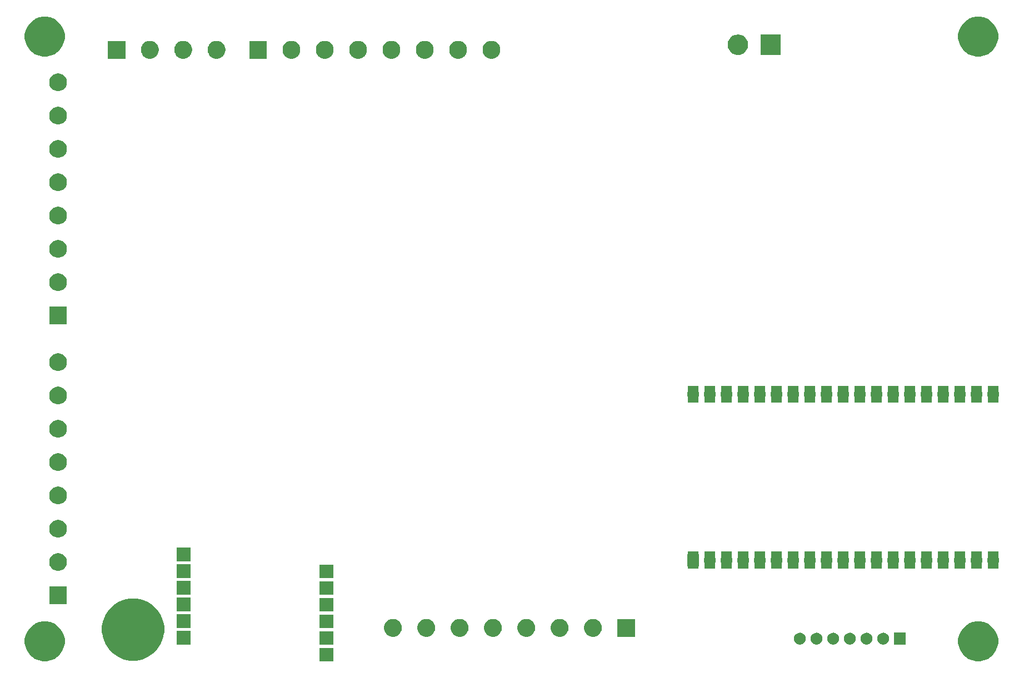
<source format=gbr>
G04 #@! TF.GenerationSoftware,KiCad,Pcbnew,(5.1.5)-3*
G04 #@! TF.CreationDate,2020-07-27T21:58:35-03:00*
G04 #@! TF.ProjectId,ESP32-BOARD,45535033-322d-4424-9f41-52442e6b6963,rev?*
G04 #@! TF.SameCoordinates,Original*
G04 #@! TF.FileFunction,Soldermask,Bot*
G04 #@! TF.FilePolarity,Negative*
%FSLAX46Y46*%
G04 Gerber Fmt 4.6, Leading zero omitted, Abs format (unit mm)*
G04 Created by KiCad (PCBNEW (5.1.5)-3) date 2020-07-27 21:58:35*
%MOMM*%
%LPD*%
G04 APERTURE LIST*
%ADD10C,0.100000*%
G04 APERTURE END LIST*
D10*
G36*
X139696900Y-142427400D02*
G01*
X137594900Y-142427400D01*
X137594900Y-140325400D01*
X139696900Y-140325400D01*
X139696900Y-142427400D01*
G37*
G36*
X238875243Y-136385248D02*
G01*
X239430489Y-136615238D01*
X239678647Y-136781052D01*
X239930199Y-136949134D01*
X240355166Y-137374101D01*
X240355167Y-137374103D01*
X240689062Y-137873811D01*
X240919052Y-138429057D01*
X241036300Y-139018501D01*
X241036300Y-139619499D01*
X240919052Y-140208943D01*
X240689062Y-140764189D01*
X240658783Y-140809504D01*
X240355166Y-141263899D01*
X239930199Y-141688866D01*
X239872457Y-141727448D01*
X239430489Y-142022762D01*
X238875243Y-142252752D01*
X238285799Y-142370000D01*
X237684801Y-142370000D01*
X237095357Y-142252752D01*
X236540111Y-142022762D01*
X236098143Y-141727448D01*
X236040401Y-141688866D01*
X235615434Y-141263899D01*
X235311817Y-140809504D01*
X235281538Y-140764189D01*
X235051548Y-140208943D01*
X234934300Y-139619499D01*
X234934300Y-139018501D01*
X235051548Y-138429057D01*
X235281538Y-137873811D01*
X235615433Y-137374103D01*
X235615434Y-137374101D01*
X236040401Y-136949134D01*
X236291953Y-136781052D01*
X236540111Y-136615238D01*
X237095357Y-136385248D01*
X237684801Y-136268000D01*
X238285799Y-136268000D01*
X238875243Y-136385248D01*
G37*
G36*
X96635243Y-136385248D02*
G01*
X97190489Y-136615238D01*
X97438647Y-136781052D01*
X97690199Y-136949134D01*
X98115166Y-137374101D01*
X98115167Y-137374103D01*
X98449062Y-137873811D01*
X98679052Y-138429057D01*
X98796300Y-139018501D01*
X98796300Y-139619499D01*
X98679052Y-140208943D01*
X98449062Y-140764189D01*
X98418783Y-140809504D01*
X98115166Y-141263899D01*
X97690199Y-141688866D01*
X97632457Y-141727448D01*
X97190489Y-142022762D01*
X96635243Y-142252752D01*
X96045799Y-142370000D01*
X95444801Y-142370000D01*
X94855357Y-142252752D01*
X94300111Y-142022762D01*
X93858143Y-141727448D01*
X93800401Y-141688866D01*
X93375434Y-141263899D01*
X93071817Y-140809504D01*
X93041538Y-140764189D01*
X92811548Y-140208943D01*
X92694300Y-139619499D01*
X92694300Y-139018501D01*
X92811548Y-138429057D01*
X93041538Y-137873811D01*
X93375433Y-137374103D01*
X93375434Y-137374101D01*
X93800401Y-136949134D01*
X94051953Y-136781052D01*
X94300111Y-136615238D01*
X94855357Y-136385248D01*
X95444801Y-136268000D01*
X96045799Y-136268000D01*
X96635243Y-136385248D01*
G37*
G36*
X109876327Y-132830000D02*
G01*
X110593116Y-132972578D01*
X111457742Y-133330718D01*
X112235886Y-133850657D01*
X112897643Y-134512414D01*
X113417582Y-135290558D01*
X113775722Y-136155184D01*
X113830125Y-136428686D01*
X113958300Y-137073066D01*
X113958300Y-138008934D01*
X113932916Y-138136547D01*
X113775722Y-138926816D01*
X113417582Y-139791442D01*
X112897643Y-140569586D01*
X112235886Y-141231343D01*
X111457742Y-141751282D01*
X110593116Y-142109422D01*
X110090924Y-142209314D01*
X109675234Y-142292000D01*
X108739366Y-142292000D01*
X108323676Y-142209314D01*
X107821484Y-142109422D01*
X106956858Y-141751282D01*
X106178714Y-141231343D01*
X105516957Y-140569586D01*
X104997018Y-139791442D01*
X104638878Y-138926816D01*
X104481684Y-138136547D01*
X104456300Y-138008934D01*
X104456300Y-137073066D01*
X104584475Y-136428686D01*
X104638878Y-136155184D01*
X104997018Y-135290558D01*
X105516957Y-134512414D01*
X106178714Y-133850657D01*
X106956858Y-133330718D01*
X107821484Y-132972578D01*
X108538273Y-132830000D01*
X108739366Y-132790000D01*
X109675234Y-132790000D01*
X109876327Y-132830000D01*
G37*
G36*
X139696900Y-139887400D02*
G01*
X137594900Y-139887400D01*
X137594900Y-137785400D01*
X139696900Y-137785400D01*
X139696900Y-139887400D01*
G37*
G36*
X117954500Y-139862000D02*
G01*
X115852500Y-139862000D01*
X115852500Y-137760000D01*
X117954500Y-137760000D01*
X117954500Y-139862000D01*
G37*
G36*
X226961000Y-139839000D02*
G01*
X225159000Y-139839000D01*
X225159000Y-138037000D01*
X226961000Y-138037000D01*
X226961000Y-139839000D01*
G37*
G36*
X223633512Y-138041927D02*
G01*
X223782812Y-138071624D01*
X223946784Y-138139544D01*
X224094354Y-138238147D01*
X224219853Y-138363646D01*
X224318456Y-138511216D01*
X224386376Y-138675188D01*
X224421000Y-138849259D01*
X224421000Y-139026741D01*
X224386376Y-139200812D01*
X224318456Y-139364784D01*
X224219853Y-139512354D01*
X224094354Y-139637853D01*
X223946784Y-139736456D01*
X223782812Y-139804376D01*
X223633512Y-139834073D01*
X223608742Y-139839000D01*
X223431258Y-139839000D01*
X223406488Y-139834073D01*
X223257188Y-139804376D01*
X223093216Y-139736456D01*
X222945646Y-139637853D01*
X222820147Y-139512354D01*
X222721544Y-139364784D01*
X222653624Y-139200812D01*
X222619000Y-139026741D01*
X222619000Y-138849259D01*
X222653624Y-138675188D01*
X222721544Y-138511216D01*
X222820147Y-138363646D01*
X222945646Y-138238147D01*
X223093216Y-138139544D01*
X223257188Y-138071624D01*
X223406488Y-138041927D01*
X223431258Y-138037000D01*
X223608742Y-138037000D01*
X223633512Y-138041927D01*
G37*
G36*
X221093512Y-138041927D02*
G01*
X221242812Y-138071624D01*
X221406784Y-138139544D01*
X221554354Y-138238147D01*
X221679853Y-138363646D01*
X221778456Y-138511216D01*
X221846376Y-138675188D01*
X221881000Y-138849259D01*
X221881000Y-139026741D01*
X221846376Y-139200812D01*
X221778456Y-139364784D01*
X221679853Y-139512354D01*
X221554354Y-139637853D01*
X221406784Y-139736456D01*
X221242812Y-139804376D01*
X221093512Y-139834073D01*
X221068742Y-139839000D01*
X220891258Y-139839000D01*
X220866488Y-139834073D01*
X220717188Y-139804376D01*
X220553216Y-139736456D01*
X220405646Y-139637853D01*
X220280147Y-139512354D01*
X220181544Y-139364784D01*
X220113624Y-139200812D01*
X220079000Y-139026741D01*
X220079000Y-138849259D01*
X220113624Y-138675188D01*
X220181544Y-138511216D01*
X220280147Y-138363646D01*
X220405646Y-138238147D01*
X220553216Y-138139544D01*
X220717188Y-138071624D01*
X220866488Y-138041927D01*
X220891258Y-138037000D01*
X221068742Y-138037000D01*
X221093512Y-138041927D01*
G37*
G36*
X218553512Y-138041927D02*
G01*
X218702812Y-138071624D01*
X218866784Y-138139544D01*
X219014354Y-138238147D01*
X219139853Y-138363646D01*
X219238456Y-138511216D01*
X219306376Y-138675188D01*
X219341000Y-138849259D01*
X219341000Y-139026741D01*
X219306376Y-139200812D01*
X219238456Y-139364784D01*
X219139853Y-139512354D01*
X219014354Y-139637853D01*
X218866784Y-139736456D01*
X218702812Y-139804376D01*
X218553512Y-139834073D01*
X218528742Y-139839000D01*
X218351258Y-139839000D01*
X218326488Y-139834073D01*
X218177188Y-139804376D01*
X218013216Y-139736456D01*
X217865646Y-139637853D01*
X217740147Y-139512354D01*
X217641544Y-139364784D01*
X217573624Y-139200812D01*
X217539000Y-139026741D01*
X217539000Y-138849259D01*
X217573624Y-138675188D01*
X217641544Y-138511216D01*
X217740147Y-138363646D01*
X217865646Y-138238147D01*
X218013216Y-138139544D01*
X218177188Y-138071624D01*
X218326488Y-138041927D01*
X218351258Y-138037000D01*
X218528742Y-138037000D01*
X218553512Y-138041927D01*
G37*
G36*
X216013512Y-138041927D02*
G01*
X216162812Y-138071624D01*
X216326784Y-138139544D01*
X216474354Y-138238147D01*
X216599853Y-138363646D01*
X216698456Y-138511216D01*
X216766376Y-138675188D01*
X216801000Y-138849259D01*
X216801000Y-139026741D01*
X216766376Y-139200812D01*
X216698456Y-139364784D01*
X216599853Y-139512354D01*
X216474354Y-139637853D01*
X216326784Y-139736456D01*
X216162812Y-139804376D01*
X216013512Y-139834073D01*
X215988742Y-139839000D01*
X215811258Y-139839000D01*
X215786488Y-139834073D01*
X215637188Y-139804376D01*
X215473216Y-139736456D01*
X215325646Y-139637853D01*
X215200147Y-139512354D01*
X215101544Y-139364784D01*
X215033624Y-139200812D01*
X214999000Y-139026741D01*
X214999000Y-138849259D01*
X215033624Y-138675188D01*
X215101544Y-138511216D01*
X215200147Y-138363646D01*
X215325646Y-138238147D01*
X215473216Y-138139544D01*
X215637188Y-138071624D01*
X215786488Y-138041927D01*
X215811258Y-138037000D01*
X215988742Y-138037000D01*
X216013512Y-138041927D01*
G37*
G36*
X213473512Y-138041927D02*
G01*
X213622812Y-138071624D01*
X213786784Y-138139544D01*
X213934354Y-138238147D01*
X214059853Y-138363646D01*
X214158456Y-138511216D01*
X214226376Y-138675188D01*
X214261000Y-138849259D01*
X214261000Y-139026741D01*
X214226376Y-139200812D01*
X214158456Y-139364784D01*
X214059853Y-139512354D01*
X213934354Y-139637853D01*
X213786784Y-139736456D01*
X213622812Y-139804376D01*
X213473512Y-139834073D01*
X213448742Y-139839000D01*
X213271258Y-139839000D01*
X213246488Y-139834073D01*
X213097188Y-139804376D01*
X212933216Y-139736456D01*
X212785646Y-139637853D01*
X212660147Y-139512354D01*
X212561544Y-139364784D01*
X212493624Y-139200812D01*
X212459000Y-139026741D01*
X212459000Y-138849259D01*
X212493624Y-138675188D01*
X212561544Y-138511216D01*
X212660147Y-138363646D01*
X212785646Y-138238147D01*
X212933216Y-138139544D01*
X213097188Y-138071624D01*
X213246488Y-138041927D01*
X213271258Y-138037000D01*
X213448742Y-138037000D01*
X213473512Y-138041927D01*
G37*
G36*
X210933512Y-138041927D02*
G01*
X211082812Y-138071624D01*
X211246784Y-138139544D01*
X211394354Y-138238147D01*
X211519853Y-138363646D01*
X211618456Y-138511216D01*
X211686376Y-138675188D01*
X211721000Y-138849259D01*
X211721000Y-139026741D01*
X211686376Y-139200812D01*
X211618456Y-139364784D01*
X211519853Y-139512354D01*
X211394354Y-139637853D01*
X211246784Y-139736456D01*
X211082812Y-139804376D01*
X210933512Y-139834073D01*
X210908742Y-139839000D01*
X210731258Y-139839000D01*
X210706488Y-139834073D01*
X210557188Y-139804376D01*
X210393216Y-139736456D01*
X210245646Y-139637853D01*
X210120147Y-139512354D01*
X210021544Y-139364784D01*
X209953624Y-139200812D01*
X209919000Y-139026741D01*
X209919000Y-138849259D01*
X209953624Y-138675188D01*
X210021544Y-138511216D01*
X210120147Y-138363646D01*
X210245646Y-138238147D01*
X210393216Y-138139544D01*
X210557188Y-138071624D01*
X210706488Y-138041927D01*
X210731258Y-138037000D01*
X210908742Y-138037000D01*
X210933512Y-138041927D01*
G37*
G36*
X154279972Y-135987918D02*
G01*
X154525839Y-136089759D01*
X154623754Y-136155184D01*
X154747111Y-136237609D01*
X154935291Y-136425789D01*
X155083142Y-136647063D01*
X155156191Y-136823420D01*
X155184982Y-136892928D01*
X155236900Y-137153938D01*
X155236900Y-137420062D01*
X155184982Y-137681072D01*
X155083141Y-137926939D01*
X155071324Y-137944624D01*
X154935291Y-138148211D01*
X154747111Y-138336391D01*
X154675536Y-138384216D01*
X154525839Y-138484241D01*
X154525838Y-138484242D01*
X154525837Y-138484242D01*
X154279972Y-138586082D01*
X154018963Y-138638000D01*
X153752837Y-138638000D01*
X153491828Y-138586082D01*
X153245963Y-138484242D01*
X153245962Y-138484242D01*
X153245961Y-138484241D01*
X153096264Y-138384216D01*
X153024689Y-138336391D01*
X152836509Y-138148211D01*
X152700476Y-137944624D01*
X152688659Y-137926939D01*
X152586818Y-137681072D01*
X152534900Y-137420062D01*
X152534900Y-137153938D01*
X152586818Y-136892928D01*
X152615609Y-136823420D01*
X152688658Y-136647063D01*
X152836509Y-136425789D01*
X153024689Y-136237609D01*
X153148046Y-136155184D01*
X153245961Y-136089759D01*
X153491828Y-135987918D01*
X153752837Y-135936000D01*
X154018963Y-135936000D01*
X154279972Y-135987918D01*
G37*
G36*
X179679972Y-135987918D02*
G01*
X179925839Y-136089759D01*
X180023754Y-136155184D01*
X180147111Y-136237609D01*
X180335291Y-136425789D01*
X180483142Y-136647063D01*
X180556191Y-136823420D01*
X180584982Y-136892928D01*
X180636900Y-137153938D01*
X180636900Y-137420062D01*
X180584982Y-137681072D01*
X180483141Y-137926939D01*
X180471324Y-137944624D01*
X180335291Y-138148211D01*
X180147111Y-138336391D01*
X180075536Y-138384216D01*
X179925839Y-138484241D01*
X179925838Y-138484242D01*
X179925837Y-138484242D01*
X179679972Y-138586082D01*
X179418963Y-138638000D01*
X179152837Y-138638000D01*
X178891828Y-138586082D01*
X178645963Y-138484242D01*
X178645962Y-138484242D01*
X178645961Y-138484241D01*
X178496264Y-138384216D01*
X178424689Y-138336391D01*
X178236509Y-138148211D01*
X178100476Y-137944624D01*
X178088659Y-137926939D01*
X177986818Y-137681072D01*
X177934900Y-137420062D01*
X177934900Y-137153938D01*
X177986818Y-136892928D01*
X178015609Y-136823420D01*
X178088658Y-136647063D01*
X178236509Y-136425789D01*
X178424689Y-136237609D01*
X178548046Y-136155184D01*
X178645961Y-136089759D01*
X178891828Y-135987918D01*
X179152837Y-135936000D01*
X179418963Y-135936000D01*
X179679972Y-135987918D01*
G37*
G36*
X174599972Y-135987918D02*
G01*
X174845839Y-136089759D01*
X174943754Y-136155184D01*
X175067111Y-136237609D01*
X175255291Y-136425789D01*
X175403142Y-136647063D01*
X175476191Y-136823420D01*
X175504982Y-136892928D01*
X175556900Y-137153938D01*
X175556900Y-137420062D01*
X175504982Y-137681072D01*
X175403141Y-137926939D01*
X175391324Y-137944624D01*
X175255291Y-138148211D01*
X175067111Y-138336391D01*
X174995536Y-138384216D01*
X174845839Y-138484241D01*
X174845838Y-138484242D01*
X174845837Y-138484242D01*
X174599972Y-138586082D01*
X174338963Y-138638000D01*
X174072837Y-138638000D01*
X173811828Y-138586082D01*
X173565963Y-138484242D01*
X173565962Y-138484242D01*
X173565961Y-138484241D01*
X173416264Y-138384216D01*
X173344689Y-138336391D01*
X173156509Y-138148211D01*
X173020476Y-137944624D01*
X173008659Y-137926939D01*
X172906818Y-137681072D01*
X172854900Y-137420062D01*
X172854900Y-137153938D01*
X172906818Y-136892928D01*
X172935609Y-136823420D01*
X173008658Y-136647063D01*
X173156509Y-136425789D01*
X173344689Y-136237609D01*
X173468046Y-136155184D01*
X173565961Y-136089759D01*
X173811828Y-135987918D01*
X174072837Y-135936000D01*
X174338963Y-135936000D01*
X174599972Y-135987918D01*
G37*
G36*
X185716900Y-138638000D02*
G01*
X183014900Y-138638000D01*
X183014900Y-135936000D01*
X185716900Y-135936000D01*
X185716900Y-138638000D01*
G37*
G36*
X159359972Y-135987918D02*
G01*
X159605839Y-136089759D01*
X159703754Y-136155184D01*
X159827111Y-136237609D01*
X160015291Y-136425789D01*
X160163142Y-136647063D01*
X160236191Y-136823420D01*
X160264982Y-136892928D01*
X160316900Y-137153938D01*
X160316900Y-137420062D01*
X160264982Y-137681072D01*
X160163141Y-137926939D01*
X160151324Y-137944624D01*
X160015291Y-138148211D01*
X159827111Y-138336391D01*
X159755536Y-138384216D01*
X159605839Y-138484241D01*
X159605838Y-138484242D01*
X159605837Y-138484242D01*
X159359972Y-138586082D01*
X159098963Y-138638000D01*
X158832837Y-138638000D01*
X158571828Y-138586082D01*
X158325963Y-138484242D01*
X158325962Y-138484242D01*
X158325961Y-138484241D01*
X158176264Y-138384216D01*
X158104689Y-138336391D01*
X157916509Y-138148211D01*
X157780476Y-137944624D01*
X157768659Y-137926939D01*
X157666818Y-137681072D01*
X157614900Y-137420062D01*
X157614900Y-137153938D01*
X157666818Y-136892928D01*
X157695609Y-136823420D01*
X157768658Y-136647063D01*
X157916509Y-136425789D01*
X158104689Y-136237609D01*
X158228046Y-136155184D01*
X158325961Y-136089759D01*
X158571828Y-135987918D01*
X158832837Y-135936000D01*
X159098963Y-135936000D01*
X159359972Y-135987918D01*
G37*
G36*
X164439972Y-135987918D02*
G01*
X164685839Y-136089759D01*
X164783754Y-136155184D01*
X164907111Y-136237609D01*
X165095291Y-136425789D01*
X165243142Y-136647063D01*
X165316191Y-136823420D01*
X165344982Y-136892928D01*
X165396900Y-137153938D01*
X165396900Y-137420062D01*
X165344982Y-137681072D01*
X165243141Y-137926939D01*
X165231324Y-137944624D01*
X165095291Y-138148211D01*
X164907111Y-138336391D01*
X164835536Y-138384216D01*
X164685839Y-138484241D01*
X164685838Y-138484242D01*
X164685837Y-138484242D01*
X164439972Y-138586082D01*
X164178963Y-138638000D01*
X163912837Y-138638000D01*
X163651828Y-138586082D01*
X163405963Y-138484242D01*
X163405962Y-138484242D01*
X163405961Y-138484241D01*
X163256264Y-138384216D01*
X163184689Y-138336391D01*
X162996509Y-138148211D01*
X162860476Y-137944624D01*
X162848659Y-137926939D01*
X162746818Y-137681072D01*
X162694900Y-137420062D01*
X162694900Y-137153938D01*
X162746818Y-136892928D01*
X162775609Y-136823420D01*
X162848658Y-136647063D01*
X162996509Y-136425789D01*
X163184689Y-136237609D01*
X163308046Y-136155184D01*
X163405961Y-136089759D01*
X163651828Y-135987918D01*
X163912837Y-135936000D01*
X164178963Y-135936000D01*
X164439972Y-135987918D01*
G37*
G36*
X169519972Y-135987918D02*
G01*
X169765839Y-136089759D01*
X169863754Y-136155184D01*
X169987111Y-136237609D01*
X170175291Y-136425789D01*
X170323142Y-136647063D01*
X170396191Y-136823420D01*
X170424982Y-136892928D01*
X170476900Y-137153938D01*
X170476900Y-137420062D01*
X170424982Y-137681072D01*
X170323141Y-137926939D01*
X170311324Y-137944624D01*
X170175291Y-138148211D01*
X169987111Y-138336391D01*
X169915536Y-138384216D01*
X169765839Y-138484241D01*
X169765838Y-138484242D01*
X169765837Y-138484242D01*
X169519972Y-138586082D01*
X169258963Y-138638000D01*
X168992837Y-138638000D01*
X168731828Y-138586082D01*
X168485963Y-138484242D01*
X168485962Y-138484242D01*
X168485961Y-138484241D01*
X168336264Y-138384216D01*
X168264689Y-138336391D01*
X168076509Y-138148211D01*
X167940476Y-137944624D01*
X167928659Y-137926939D01*
X167826818Y-137681072D01*
X167774900Y-137420062D01*
X167774900Y-137153938D01*
X167826818Y-136892928D01*
X167855609Y-136823420D01*
X167928658Y-136647063D01*
X168076509Y-136425789D01*
X168264689Y-136237609D01*
X168388046Y-136155184D01*
X168485961Y-136089759D01*
X168731828Y-135987918D01*
X168992837Y-135936000D01*
X169258963Y-135936000D01*
X169519972Y-135987918D01*
G37*
G36*
X149199972Y-135987918D02*
G01*
X149445839Y-136089759D01*
X149543754Y-136155184D01*
X149667111Y-136237609D01*
X149855291Y-136425789D01*
X150003142Y-136647063D01*
X150076191Y-136823420D01*
X150104982Y-136892928D01*
X150156900Y-137153938D01*
X150156900Y-137420062D01*
X150104982Y-137681072D01*
X150003141Y-137926939D01*
X149991324Y-137944624D01*
X149855291Y-138148211D01*
X149667111Y-138336391D01*
X149595536Y-138384216D01*
X149445839Y-138484241D01*
X149445838Y-138484242D01*
X149445837Y-138484242D01*
X149199972Y-138586082D01*
X148938963Y-138638000D01*
X148672837Y-138638000D01*
X148411828Y-138586082D01*
X148165963Y-138484242D01*
X148165962Y-138484242D01*
X148165961Y-138484241D01*
X148016264Y-138384216D01*
X147944689Y-138336391D01*
X147756509Y-138148211D01*
X147620476Y-137944624D01*
X147608659Y-137926939D01*
X147506818Y-137681072D01*
X147454900Y-137420062D01*
X147454900Y-137153938D01*
X147506818Y-136892928D01*
X147535609Y-136823420D01*
X147608658Y-136647063D01*
X147756509Y-136425789D01*
X147944689Y-136237609D01*
X148068046Y-136155184D01*
X148165961Y-136089759D01*
X148411828Y-135987918D01*
X148672837Y-135936000D01*
X148938963Y-135936000D01*
X149199972Y-135987918D01*
G37*
G36*
X139696900Y-137347400D02*
G01*
X137594900Y-137347400D01*
X137594900Y-135245400D01*
X139696900Y-135245400D01*
X139696900Y-137347400D01*
G37*
G36*
X117954500Y-137322000D02*
G01*
X115852500Y-137322000D01*
X115852500Y-135220000D01*
X117954500Y-135220000D01*
X117954500Y-137322000D01*
G37*
G36*
X139696900Y-134807400D02*
G01*
X137594900Y-134807400D01*
X137594900Y-132705400D01*
X139696900Y-132705400D01*
X139696900Y-134807400D01*
G37*
G36*
X117954500Y-134782000D02*
G01*
X115852500Y-134782000D01*
X115852500Y-132680000D01*
X117954500Y-132680000D01*
X117954500Y-134782000D01*
G37*
G36*
X99128300Y-133685000D02*
G01*
X96426300Y-133685000D01*
X96426300Y-130983000D01*
X99128300Y-130983000D01*
X99128300Y-133685000D01*
G37*
G36*
X139696900Y-132267400D02*
G01*
X137594900Y-132267400D01*
X137594900Y-130165400D01*
X139696900Y-130165400D01*
X139696900Y-132267400D01*
G37*
G36*
X117954500Y-132242000D02*
G01*
X115852500Y-132242000D01*
X115852500Y-130140000D01*
X117954500Y-130140000D01*
X117954500Y-132242000D01*
G37*
G36*
X139696900Y-129727400D02*
G01*
X137594900Y-129727400D01*
X137594900Y-127625400D01*
X139696900Y-127625400D01*
X139696900Y-129727400D01*
G37*
G36*
X117954500Y-129702000D02*
G01*
X115852500Y-129702000D01*
X115852500Y-127600000D01*
X117954500Y-127600000D01*
X117954500Y-129702000D01*
G37*
G36*
X98171372Y-125954918D02*
G01*
X98333949Y-126022259D01*
X98417239Y-126056759D01*
X98428203Y-126064085D01*
X98638511Y-126204609D01*
X98826691Y-126392789D01*
X98974542Y-126614063D01*
X99076382Y-126859928D01*
X99116844Y-127063342D01*
X99128300Y-127120938D01*
X99128300Y-127387062D01*
X99076382Y-127648072D01*
X98974541Y-127893939D01*
X98935235Y-127952764D01*
X98835488Y-128102046D01*
X98826690Y-128115212D01*
X98638512Y-128303390D01*
X98417239Y-128451241D01*
X98417238Y-128451242D01*
X98417237Y-128451242D01*
X98171372Y-128553082D01*
X97910363Y-128605000D01*
X97644237Y-128605000D01*
X97383228Y-128553082D01*
X97137363Y-128451242D01*
X97137362Y-128451242D01*
X97137361Y-128451241D01*
X96916088Y-128303390D01*
X96727910Y-128115212D01*
X96719113Y-128102046D01*
X96619365Y-127952764D01*
X96580059Y-127893939D01*
X96478218Y-127648072D01*
X96426300Y-127387062D01*
X96426300Y-127120938D01*
X96437757Y-127063342D01*
X96478218Y-126859928D01*
X96580058Y-126614063D01*
X96727909Y-126392789D01*
X96916089Y-126204609D01*
X97126397Y-126064085D01*
X97137361Y-126056759D01*
X97220652Y-126022259D01*
X97383228Y-125954918D01*
X97644237Y-125903000D01*
X97910363Y-125903000D01*
X98171372Y-125954918D01*
G37*
G36*
X233439600Y-126529096D02*
G01*
X233442002Y-126553482D01*
X233449112Y-126576923D01*
X233504976Y-126711788D01*
X233539600Y-126885859D01*
X233539600Y-127063341D01*
X233504976Y-127237412D01*
X233449112Y-127372277D01*
X233442002Y-127395718D01*
X233439600Y-127420104D01*
X233439600Y-128275600D01*
X231837600Y-128275600D01*
X231837600Y-127420104D01*
X231835198Y-127395718D01*
X231828088Y-127372277D01*
X231772224Y-127237412D01*
X231737600Y-127063341D01*
X231737600Y-126885859D01*
X231772224Y-126711788D01*
X231828088Y-126576923D01*
X231835198Y-126553482D01*
X231837600Y-126529096D01*
X231837600Y-125673600D01*
X233439600Y-125673600D01*
X233439600Y-126529096D01*
G37*
G36*
X241059600Y-126529096D02*
G01*
X241062002Y-126553482D01*
X241069112Y-126576923D01*
X241124976Y-126711788D01*
X241159600Y-126885859D01*
X241159600Y-127063341D01*
X241124976Y-127237412D01*
X241069112Y-127372277D01*
X241062002Y-127395718D01*
X241059600Y-127420104D01*
X241059600Y-128275600D01*
X239457600Y-128275600D01*
X239457600Y-127420104D01*
X239455198Y-127395718D01*
X239448088Y-127372277D01*
X239392224Y-127237412D01*
X239357600Y-127063341D01*
X239357600Y-126885859D01*
X239392224Y-126711788D01*
X239448088Y-126576923D01*
X239455198Y-126553482D01*
X239457600Y-126529096D01*
X239457600Y-125673600D01*
X241059600Y-125673600D01*
X241059600Y-126529096D01*
G37*
G36*
X200419600Y-126529096D02*
G01*
X200422002Y-126553482D01*
X200429112Y-126576923D01*
X200484976Y-126711788D01*
X200519600Y-126885859D01*
X200519600Y-127063341D01*
X200484976Y-127237412D01*
X200429112Y-127372277D01*
X200422002Y-127395718D01*
X200419600Y-127420104D01*
X200419600Y-128275600D01*
X198817600Y-128275600D01*
X198817600Y-127420104D01*
X198815198Y-127395718D01*
X198808088Y-127372277D01*
X198752224Y-127237412D01*
X198717600Y-127063341D01*
X198717600Y-126885859D01*
X198752224Y-126711788D01*
X198808088Y-126576923D01*
X198815198Y-126553482D01*
X198817600Y-126529096D01*
X198817600Y-125673600D01*
X200419600Y-125673600D01*
X200419600Y-126529096D01*
G37*
G36*
X223279600Y-126529096D02*
G01*
X223282002Y-126553482D01*
X223289112Y-126576923D01*
X223344976Y-126711788D01*
X223379600Y-126885859D01*
X223379600Y-127063341D01*
X223344976Y-127237412D01*
X223289112Y-127372277D01*
X223282002Y-127395718D01*
X223279600Y-127420104D01*
X223279600Y-128275600D01*
X221677600Y-128275600D01*
X221677600Y-127420104D01*
X221675198Y-127395718D01*
X221668088Y-127372277D01*
X221612224Y-127237412D01*
X221577600Y-127063341D01*
X221577600Y-126885859D01*
X221612224Y-126711788D01*
X221668088Y-126576923D01*
X221675198Y-126553482D01*
X221677600Y-126529096D01*
X221677600Y-125673600D01*
X223279600Y-125673600D01*
X223279600Y-126529096D01*
G37*
G36*
X228359600Y-126529096D02*
G01*
X228362002Y-126553482D01*
X228369112Y-126576923D01*
X228424976Y-126711788D01*
X228459600Y-126885859D01*
X228459600Y-127063341D01*
X228424976Y-127237412D01*
X228369112Y-127372277D01*
X228362002Y-127395718D01*
X228359600Y-127420104D01*
X228359600Y-128275600D01*
X226757600Y-128275600D01*
X226757600Y-127420104D01*
X226755198Y-127395718D01*
X226748088Y-127372277D01*
X226692224Y-127237412D01*
X226657600Y-127063341D01*
X226657600Y-126885859D01*
X226692224Y-126711788D01*
X226748088Y-126576923D01*
X226755198Y-126553482D01*
X226757600Y-126529096D01*
X226757600Y-125673600D01*
X228359600Y-125673600D01*
X228359600Y-126529096D01*
G37*
G36*
X195339600Y-125948601D02*
G01*
X195342002Y-125972987D01*
X195349115Y-125996436D01*
X195360666Y-126018047D01*
X195376211Y-126036989D01*
X195395153Y-126052534D01*
X195416764Y-126064085D01*
X195439600Y-126071012D01*
X195439600Y-127878188D01*
X195416764Y-127885115D01*
X195395153Y-127896666D01*
X195376211Y-127912211D01*
X195360666Y-127931153D01*
X195349115Y-127952764D01*
X195342002Y-127976213D01*
X195339600Y-128000599D01*
X195339600Y-128275600D01*
X193737600Y-128275600D01*
X193737600Y-128000599D01*
X193735198Y-127976213D01*
X193728085Y-127952764D01*
X193716534Y-127931153D01*
X193700989Y-127912211D01*
X193682047Y-127896666D01*
X193660436Y-127885115D01*
X193637600Y-127878188D01*
X193637600Y-126071012D01*
X193660436Y-126064085D01*
X193682047Y-126052534D01*
X193700989Y-126036989D01*
X193716534Y-126018047D01*
X193728085Y-125996436D01*
X193735198Y-125972987D01*
X193737600Y-125948601D01*
X193737600Y-125673600D01*
X195339600Y-125673600D01*
X195339600Y-125948601D01*
G37*
G36*
X235979600Y-126529096D02*
G01*
X235982002Y-126553482D01*
X235989112Y-126576923D01*
X236044976Y-126711788D01*
X236079600Y-126885859D01*
X236079600Y-127063341D01*
X236044976Y-127237412D01*
X235989112Y-127372277D01*
X235982002Y-127395718D01*
X235979600Y-127420104D01*
X235979600Y-128275600D01*
X234377600Y-128275600D01*
X234377600Y-127420104D01*
X234375198Y-127395718D01*
X234368088Y-127372277D01*
X234312224Y-127237412D01*
X234277600Y-127063341D01*
X234277600Y-126885859D01*
X234312224Y-126711788D01*
X234368088Y-126576923D01*
X234375198Y-126553482D01*
X234377600Y-126529096D01*
X234377600Y-125673600D01*
X235979600Y-125673600D01*
X235979600Y-126529096D01*
G37*
G36*
X225819600Y-126529096D02*
G01*
X225822002Y-126553482D01*
X225829112Y-126576923D01*
X225884976Y-126711788D01*
X225919600Y-126885859D01*
X225919600Y-127063341D01*
X225884976Y-127237412D01*
X225829112Y-127372277D01*
X225822002Y-127395718D01*
X225819600Y-127420104D01*
X225819600Y-128275600D01*
X224217600Y-128275600D01*
X224217600Y-127420104D01*
X224215198Y-127395718D01*
X224208088Y-127372277D01*
X224152224Y-127237412D01*
X224117600Y-127063341D01*
X224117600Y-126885859D01*
X224152224Y-126711788D01*
X224208088Y-126576923D01*
X224215198Y-126553482D01*
X224217600Y-126529096D01*
X224217600Y-125673600D01*
X225819600Y-125673600D01*
X225819600Y-126529096D01*
G37*
G36*
X230899600Y-126529096D02*
G01*
X230902002Y-126553482D01*
X230909112Y-126576923D01*
X230964976Y-126711788D01*
X230999600Y-126885859D01*
X230999600Y-127063341D01*
X230964976Y-127237412D01*
X230909112Y-127372277D01*
X230902002Y-127395718D01*
X230899600Y-127420104D01*
X230899600Y-128275600D01*
X229297600Y-128275600D01*
X229297600Y-127420104D01*
X229295198Y-127395718D01*
X229288088Y-127372277D01*
X229232224Y-127237412D01*
X229197600Y-127063341D01*
X229197600Y-126885859D01*
X229232224Y-126711788D01*
X229288088Y-126576923D01*
X229295198Y-126553482D01*
X229297600Y-126529096D01*
X229297600Y-125673600D01*
X230899600Y-125673600D01*
X230899600Y-126529096D01*
G37*
G36*
X202959600Y-126529096D02*
G01*
X202962002Y-126553482D01*
X202969112Y-126576923D01*
X203024976Y-126711788D01*
X203059600Y-126885859D01*
X203059600Y-127063341D01*
X203024976Y-127237412D01*
X202969112Y-127372277D01*
X202962002Y-127395718D01*
X202959600Y-127420104D01*
X202959600Y-128275600D01*
X201357600Y-128275600D01*
X201357600Y-127420104D01*
X201355198Y-127395718D01*
X201348088Y-127372277D01*
X201292224Y-127237412D01*
X201257600Y-127063341D01*
X201257600Y-126885859D01*
X201292224Y-126711788D01*
X201348088Y-126576923D01*
X201355198Y-126553482D01*
X201357600Y-126529096D01*
X201357600Y-125673600D01*
X202959600Y-125673600D01*
X202959600Y-126529096D01*
G37*
G36*
X218199600Y-126529096D02*
G01*
X218202002Y-126553482D01*
X218209112Y-126576923D01*
X218264976Y-126711788D01*
X218299600Y-126885859D01*
X218299600Y-127063341D01*
X218264976Y-127237412D01*
X218209112Y-127372277D01*
X218202002Y-127395718D01*
X218199600Y-127420104D01*
X218199600Y-128275600D01*
X216597600Y-128275600D01*
X216597600Y-127420104D01*
X216595198Y-127395718D01*
X216588088Y-127372277D01*
X216532224Y-127237412D01*
X216497600Y-127063341D01*
X216497600Y-126885859D01*
X216532224Y-126711788D01*
X216588088Y-126576923D01*
X216595198Y-126553482D01*
X216597600Y-126529096D01*
X216597600Y-125673600D01*
X218199600Y-125673600D01*
X218199600Y-126529096D01*
G37*
G36*
X220739600Y-126529096D02*
G01*
X220742002Y-126553482D01*
X220749112Y-126576923D01*
X220804976Y-126711788D01*
X220839600Y-126885859D01*
X220839600Y-127063341D01*
X220804976Y-127237412D01*
X220749112Y-127372277D01*
X220742002Y-127395718D01*
X220739600Y-127420104D01*
X220739600Y-128275600D01*
X219137600Y-128275600D01*
X219137600Y-127420104D01*
X219135198Y-127395718D01*
X219128088Y-127372277D01*
X219072224Y-127237412D01*
X219037600Y-127063341D01*
X219037600Y-126885859D01*
X219072224Y-126711788D01*
X219128088Y-126576923D01*
X219135198Y-126553482D01*
X219137600Y-126529096D01*
X219137600Y-125673600D01*
X220739600Y-125673600D01*
X220739600Y-126529096D01*
G37*
G36*
X210579600Y-126529096D02*
G01*
X210582002Y-126553482D01*
X210589112Y-126576923D01*
X210644976Y-126711788D01*
X210679600Y-126885859D01*
X210679600Y-127063341D01*
X210644976Y-127237412D01*
X210589112Y-127372277D01*
X210582002Y-127395718D01*
X210579600Y-127420104D01*
X210579600Y-128275600D01*
X208977600Y-128275600D01*
X208977600Y-127420104D01*
X208975198Y-127395718D01*
X208968088Y-127372277D01*
X208912224Y-127237412D01*
X208877600Y-127063341D01*
X208877600Y-126885859D01*
X208912224Y-126711788D01*
X208968088Y-126576923D01*
X208975198Y-126553482D01*
X208977600Y-126529096D01*
X208977600Y-125673600D01*
X210579600Y-125673600D01*
X210579600Y-126529096D01*
G37*
G36*
X215659600Y-126529096D02*
G01*
X215662002Y-126553482D01*
X215669112Y-126576923D01*
X215724976Y-126711788D01*
X215759600Y-126885859D01*
X215759600Y-127063341D01*
X215724976Y-127237412D01*
X215669112Y-127372277D01*
X215662002Y-127395718D01*
X215659600Y-127420104D01*
X215659600Y-128275600D01*
X214057600Y-128275600D01*
X214057600Y-127420104D01*
X214055198Y-127395718D01*
X214048088Y-127372277D01*
X213992224Y-127237412D01*
X213957600Y-127063341D01*
X213957600Y-126885859D01*
X213992224Y-126711788D01*
X214048088Y-126576923D01*
X214055198Y-126553482D01*
X214057600Y-126529096D01*
X214057600Y-125673600D01*
X215659600Y-125673600D01*
X215659600Y-126529096D01*
G37*
G36*
X208039600Y-126529096D02*
G01*
X208042002Y-126553482D01*
X208049112Y-126576923D01*
X208104976Y-126711788D01*
X208139600Y-126885859D01*
X208139600Y-127063341D01*
X208104976Y-127237412D01*
X208049112Y-127372277D01*
X208042002Y-127395718D01*
X208039600Y-127420104D01*
X208039600Y-128275600D01*
X206437600Y-128275600D01*
X206437600Y-127420104D01*
X206435198Y-127395718D01*
X206428088Y-127372277D01*
X206372224Y-127237412D01*
X206337600Y-127063341D01*
X206337600Y-126885859D01*
X206372224Y-126711788D01*
X206428088Y-126576923D01*
X206435198Y-126553482D01*
X206437600Y-126529096D01*
X206437600Y-125673600D01*
X208039600Y-125673600D01*
X208039600Y-126529096D01*
G37*
G36*
X205499600Y-126529096D02*
G01*
X205502002Y-126553482D01*
X205509112Y-126576923D01*
X205564976Y-126711788D01*
X205599600Y-126885859D01*
X205599600Y-127063341D01*
X205564976Y-127237412D01*
X205509112Y-127372277D01*
X205502002Y-127395718D01*
X205499600Y-127420104D01*
X205499600Y-128275600D01*
X203897600Y-128275600D01*
X203897600Y-127420104D01*
X203895198Y-127395718D01*
X203888088Y-127372277D01*
X203832224Y-127237412D01*
X203797600Y-127063341D01*
X203797600Y-126885859D01*
X203832224Y-126711788D01*
X203888088Y-126576923D01*
X203895198Y-126553482D01*
X203897600Y-126529096D01*
X203897600Y-125673600D01*
X205499600Y-125673600D01*
X205499600Y-126529096D01*
G37*
G36*
X197879600Y-126529096D02*
G01*
X197882002Y-126553482D01*
X197889112Y-126576923D01*
X197944976Y-126711788D01*
X197979600Y-126885859D01*
X197979600Y-127063341D01*
X197944976Y-127237412D01*
X197889112Y-127372277D01*
X197882002Y-127395718D01*
X197879600Y-127420104D01*
X197879600Y-128275600D01*
X196277600Y-128275600D01*
X196277600Y-127420104D01*
X196275198Y-127395718D01*
X196268088Y-127372277D01*
X196212224Y-127237412D01*
X196177600Y-127063341D01*
X196177600Y-126885859D01*
X196212224Y-126711788D01*
X196268088Y-126576923D01*
X196275198Y-126553482D01*
X196277600Y-126529096D01*
X196277600Y-125673600D01*
X197879600Y-125673600D01*
X197879600Y-126529096D01*
G37*
G36*
X213119600Y-126529096D02*
G01*
X213122002Y-126553482D01*
X213129112Y-126576923D01*
X213184976Y-126711788D01*
X213219600Y-126885859D01*
X213219600Y-127063341D01*
X213184976Y-127237412D01*
X213129112Y-127372277D01*
X213122002Y-127395718D01*
X213119600Y-127420104D01*
X213119600Y-128275600D01*
X211517600Y-128275600D01*
X211517600Y-127420104D01*
X211515198Y-127395718D01*
X211508088Y-127372277D01*
X211452224Y-127237412D01*
X211417600Y-127063341D01*
X211417600Y-126885859D01*
X211452224Y-126711788D01*
X211508088Y-126576923D01*
X211515198Y-126553482D01*
X211517600Y-126529096D01*
X211517600Y-125673600D01*
X213119600Y-125673600D01*
X213119600Y-126529096D01*
G37*
G36*
X238519600Y-126529096D02*
G01*
X238522002Y-126553482D01*
X238529112Y-126576923D01*
X238584976Y-126711788D01*
X238619600Y-126885859D01*
X238619600Y-127063341D01*
X238584976Y-127237412D01*
X238529112Y-127372277D01*
X238522002Y-127395718D01*
X238519600Y-127420104D01*
X238519600Y-128275600D01*
X236917600Y-128275600D01*
X236917600Y-127420104D01*
X236915198Y-127395718D01*
X236908088Y-127372277D01*
X236852224Y-127237412D01*
X236817600Y-127063341D01*
X236817600Y-126885859D01*
X236852224Y-126711788D01*
X236908088Y-126576923D01*
X236915198Y-126553482D01*
X236917600Y-126529096D01*
X236917600Y-125673600D01*
X238519600Y-125673600D01*
X238519600Y-126529096D01*
G37*
G36*
X117954500Y-127162000D02*
G01*
X115852500Y-127162000D01*
X115852500Y-125060000D01*
X117954500Y-125060000D01*
X117954500Y-127162000D01*
G37*
G36*
X98171372Y-120874918D02*
G01*
X98417239Y-120976759D01*
X98638512Y-121124610D01*
X98826690Y-121312788D01*
X98974541Y-121534061D01*
X99076382Y-121779928D01*
X99128300Y-122040938D01*
X99128300Y-122307062D01*
X99076382Y-122568072D01*
X98974541Y-122813939D01*
X98826690Y-123035212D01*
X98638512Y-123223390D01*
X98417239Y-123371241D01*
X98417238Y-123371242D01*
X98417237Y-123371242D01*
X98171372Y-123473082D01*
X97910363Y-123525000D01*
X97644237Y-123525000D01*
X97383228Y-123473082D01*
X97137363Y-123371242D01*
X97137362Y-123371242D01*
X97137361Y-123371241D01*
X96916088Y-123223390D01*
X96727910Y-123035212D01*
X96580059Y-122813939D01*
X96478218Y-122568072D01*
X96426300Y-122307062D01*
X96426300Y-122040938D01*
X96478218Y-121779928D01*
X96580059Y-121534061D01*
X96727910Y-121312788D01*
X96916088Y-121124610D01*
X97137361Y-120976759D01*
X97383228Y-120874918D01*
X97644237Y-120823000D01*
X97910363Y-120823000D01*
X98171372Y-120874918D01*
G37*
G36*
X98171372Y-115794918D02*
G01*
X98417239Y-115896759D01*
X98638512Y-116044610D01*
X98826690Y-116232788D01*
X98974541Y-116454061D01*
X99076382Y-116699928D01*
X99128300Y-116960938D01*
X99128300Y-117227062D01*
X99076382Y-117488072D01*
X98974541Y-117733939D01*
X98826690Y-117955212D01*
X98638512Y-118143390D01*
X98417239Y-118291241D01*
X98417238Y-118291242D01*
X98417237Y-118291242D01*
X98171372Y-118393082D01*
X97910363Y-118445000D01*
X97644237Y-118445000D01*
X97383228Y-118393082D01*
X97137363Y-118291242D01*
X97137362Y-118291242D01*
X97137361Y-118291241D01*
X96916088Y-118143390D01*
X96727910Y-117955212D01*
X96580059Y-117733939D01*
X96478218Y-117488072D01*
X96426300Y-117227062D01*
X96426300Y-116960938D01*
X96478218Y-116699928D01*
X96580059Y-116454061D01*
X96727910Y-116232788D01*
X96916088Y-116044610D01*
X97137361Y-115896759D01*
X97383228Y-115794918D01*
X97644237Y-115743000D01*
X97910363Y-115743000D01*
X98171372Y-115794918D01*
G37*
G36*
X98171372Y-110714918D02*
G01*
X98417239Y-110816759D01*
X98638512Y-110964610D01*
X98826690Y-111152788D01*
X98974541Y-111374061D01*
X99076382Y-111619928D01*
X99128300Y-111880938D01*
X99128300Y-112147062D01*
X99076382Y-112408072D01*
X98974541Y-112653939D01*
X98826690Y-112875212D01*
X98638512Y-113063390D01*
X98417239Y-113211241D01*
X98417238Y-113211242D01*
X98417237Y-113211242D01*
X98171372Y-113313082D01*
X97910363Y-113365000D01*
X97644237Y-113365000D01*
X97383228Y-113313082D01*
X97137363Y-113211242D01*
X97137362Y-113211242D01*
X97137361Y-113211241D01*
X96916088Y-113063390D01*
X96727910Y-112875212D01*
X96580059Y-112653939D01*
X96478218Y-112408072D01*
X96426300Y-112147062D01*
X96426300Y-111880938D01*
X96478218Y-111619928D01*
X96580059Y-111374061D01*
X96727910Y-111152788D01*
X96916088Y-110964610D01*
X97137361Y-110816759D01*
X97383228Y-110714918D01*
X97644237Y-110663000D01*
X97910363Y-110663000D01*
X98171372Y-110714918D01*
G37*
G36*
X98171372Y-105634918D02*
G01*
X98417239Y-105736759D01*
X98638512Y-105884610D01*
X98826690Y-106072788D01*
X98974541Y-106294061D01*
X99076382Y-106539928D01*
X99128300Y-106800938D01*
X99128300Y-107067062D01*
X99076382Y-107328072D01*
X98974541Y-107573939D01*
X98826690Y-107795212D01*
X98638512Y-107983390D01*
X98417239Y-108131241D01*
X98417238Y-108131242D01*
X98417237Y-108131242D01*
X98171372Y-108233082D01*
X97910363Y-108285000D01*
X97644237Y-108285000D01*
X97383228Y-108233082D01*
X97137363Y-108131242D01*
X97137362Y-108131242D01*
X97137361Y-108131241D01*
X96916088Y-107983390D01*
X96727910Y-107795212D01*
X96580059Y-107573939D01*
X96478218Y-107328072D01*
X96426300Y-107067062D01*
X96426300Y-106800938D01*
X96478218Y-106539928D01*
X96580059Y-106294061D01*
X96727910Y-106072788D01*
X96916088Y-105884610D01*
X97137361Y-105736759D01*
X97383228Y-105634918D01*
X97644237Y-105583000D01*
X97910363Y-105583000D01*
X98171372Y-105634918D01*
G37*
G36*
X98171372Y-100554918D02*
G01*
X98417239Y-100656759D01*
X98528628Y-100731187D01*
X98638511Y-100804609D01*
X98826691Y-100992789D01*
X98974542Y-101214063D01*
X99076382Y-101459928D01*
X99101750Y-101587459D01*
X99128300Y-101720938D01*
X99128300Y-101987062D01*
X99076382Y-102248072D01*
X98974541Y-102493939D01*
X98826690Y-102715212D01*
X98638512Y-102903390D01*
X98417239Y-103051241D01*
X98417238Y-103051242D01*
X98417237Y-103051242D01*
X98171372Y-103153082D01*
X97910363Y-103205000D01*
X97644237Y-103205000D01*
X97383228Y-103153082D01*
X97137363Y-103051242D01*
X97137362Y-103051242D01*
X97137361Y-103051241D01*
X96916088Y-102903390D01*
X96727910Y-102715212D01*
X96580059Y-102493939D01*
X96478218Y-102248072D01*
X96426300Y-101987062D01*
X96426300Y-101720938D01*
X96452851Y-101587459D01*
X96478218Y-101459928D01*
X96580058Y-101214063D01*
X96727909Y-100992789D01*
X96916089Y-100804609D01*
X97025972Y-100731187D01*
X97137361Y-100656759D01*
X97383228Y-100554918D01*
X97644237Y-100503000D01*
X97910363Y-100503000D01*
X98171372Y-100554918D01*
G37*
G36*
X230925000Y-101230696D02*
G01*
X230927402Y-101255082D01*
X230934512Y-101278523D01*
X230990376Y-101413388D01*
X231025000Y-101587459D01*
X231025000Y-101764941D01*
X230990376Y-101939012D01*
X230934512Y-102073877D01*
X230927402Y-102097318D01*
X230925000Y-102121704D01*
X230925000Y-102977200D01*
X229323000Y-102977200D01*
X229323000Y-102121704D01*
X229320598Y-102097318D01*
X229313488Y-102073877D01*
X229257624Y-101939012D01*
X229223000Y-101764941D01*
X229223000Y-101587459D01*
X229257624Y-101413388D01*
X229313488Y-101278523D01*
X229320598Y-101255082D01*
X229323000Y-101230696D01*
X229323000Y-100375200D01*
X230925000Y-100375200D01*
X230925000Y-101230696D01*
G37*
G36*
X202985000Y-101230696D02*
G01*
X202987402Y-101255082D01*
X202994512Y-101278523D01*
X203050376Y-101413388D01*
X203085000Y-101587459D01*
X203085000Y-101764941D01*
X203050376Y-101939012D01*
X202994512Y-102073877D01*
X202987402Y-102097318D01*
X202985000Y-102121704D01*
X202985000Y-102977200D01*
X201383000Y-102977200D01*
X201383000Y-102121704D01*
X201380598Y-102097318D01*
X201373488Y-102073877D01*
X201317624Y-101939012D01*
X201283000Y-101764941D01*
X201283000Y-101587459D01*
X201317624Y-101413388D01*
X201373488Y-101278523D01*
X201380598Y-101255082D01*
X201383000Y-101230696D01*
X201383000Y-100375200D01*
X202985000Y-100375200D01*
X202985000Y-101230696D01*
G37*
G36*
X197905000Y-101230696D02*
G01*
X197907402Y-101255082D01*
X197914512Y-101278523D01*
X197970376Y-101413388D01*
X198005000Y-101587459D01*
X198005000Y-101764941D01*
X197970376Y-101939012D01*
X197914512Y-102073877D01*
X197907402Y-102097318D01*
X197905000Y-102121704D01*
X197905000Y-102977200D01*
X196303000Y-102977200D01*
X196303000Y-102121704D01*
X196300598Y-102097318D01*
X196293488Y-102073877D01*
X196237624Y-101939012D01*
X196203000Y-101764941D01*
X196203000Y-101587459D01*
X196237624Y-101413388D01*
X196293488Y-101278523D01*
X196300598Y-101255082D01*
X196303000Y-101230696D01*
X196303000Y-100375200D01*
X197905000Y-100375200D01*
X197905000Y-101230696D01*
G37*
G36*
X195365000Y-101230696D02*
G01*
X195367402Y-101255082D01*
X195374512Y-101278523D01*
X195430376Y-101413388D01*
X195465000Y-101587459D01*
X195465000Y-101764941D01*
X195430376Y-101939012D01*
X195374512Y-102073877D01*
X195367402Y-102097318D01*
X195365000Y-102121704D01*
X195365000Y-102977200D01*
X193763000Y-102977200D01*
X193763000Y-102121704D01*
X193760598Y-102097318D01*
X193753488Y-102073877D01*
X193697624Y-101939012D01*
X193663000Y-101764941D01*
X193663000Y-101587459D01*
X193697624Y-101413388D01*
X193753488Y-101278523D01*
X193760598Y-101255082D01*
X193763000Y-101230696D01*
X193763000Y-100375200D01*
X195365000Y-100375200D01*
X195365000Y-101230696D01*
G37*
G36*
X220765000Y-101230696D02*
G01*
X220767402Y-101255082D01*
X220774512Y-101278523D01*
X220830376Y-101413388D01*
X220865000Y-101587459D01*
X220865000Y-101764941D01*
X220830376Y-101939012D01*
X220774512Y-102073877D01*
X220767402Y-102097318D01*
X220765000Y-102121704D01*
X220765000Y-102977200D01*
X219163000Y-102977200D01*
X219163000Y-102121704D01*
X219160598Y-102097318D01*
X219153488Y-102073877D01*
X219097624Y-101939012D01*
X219063000Y-101764941D01*
X219063000Y-101587459D01*
X219097624Y-101413388D01*
X219153488Y-101278523D01*
X219160598Y-101255082D01*
X219163000Y-101230696D01*
X219163000Y-100375200D01*
X220765000Y-100375200D01*
X220765000Y-101230696D01*
G37*
G36*
X241085000Y-101230696D02*
G01*
X241087402Y-101255082D01*
X241094512Y-101278523D01*
X241150376Y-101413388D01*
X241185000Y-101587459D01*
X241185000Y-101764941D01*
X241150376Y-101939012D01*
X241094512Y-102073877D01*
X241087402Y-102097318D01*
X241085000Y-102121704D01*
X241085000Y-102977200D01*
X239483000Y-102977200D01*
X239483000Y-102121704D01*
X239480598Y-102097318D01*
X239473488Y-102073877D01*
X239417624Y-101939012D01*
X239383000Y-101764941D01*
X239383000Y-101587459D01*
X239417624Y-101413388D01*
X239473488Y-101278523D01*
X239480598Y-101255082D01*
X239483000Y-101230696D01*
X239483000Y-100375200D01*
X241085000Y-100375200D01*
X241085000Y-101230696D01*
G37*
G36*
X223305000Y-101230696D02*
G01*
X223307402Y-101255082D01*
X223314512Y-101278523D01*
X223370376Y-101413388D01*
X223405000Y-101587459D01*
X223405000Y-101764941D01*
X223370376Y-101939012D01*
X223314512Y-102073877D01*
X223307402Y-102097318D01*
X223305000Y-102121704D01*
X223305000Y-102977200D01*
X221703000Y-102977200D01*
X221703000Y-102121704D01*
X221700598Y-102097318D01*
X221693488Y-102073877D01*
X221637624Y-101939012D01*
X221603000Y-101764941D01*
X221603000Y-101587459D01*
X221637624Y-101413388D01*
X221693488Y-101278523D01*
X221700598Y-101255082D01*
X221703000Y-101230696D01*
X221703000Y-100375200D01*
X223305000Y-100375200D01*
X223305000Y-101230696D01*
G37*
G36*
X225845000Y-101230696D02*
G01*
X225847402Y-101255082D01*
X225854512Y-101278523D01*
X225910376Y-101413388D01*
X225945000Y-101587459D01*
X225945000Y-101764941D01*
X225910376Y-101939012D01*
X225854512Y-102073877D01*
X225847402Y-102097318D01*
X225845000Y-102121704D01*
X225845000Y-102977200D01*
X224243000Y-102977200D01*
X224243000Y-102121704D01*
X224240598Y-102097318D01*
X224233488Y-102073877D01*
X224177624Y-101939012D01*
X224143000Y-101764941D01*
X224143000Y-101587459D01*
X224177624Y-101413388D01*
X224233488Y-101278523D01*
X224240598Y-101255082D01*
X224243000Y-101230696D01*
X224243000Y-100375200D01*
X225845000Y-100375200D01*
X225845000Y-101230696D01*
G37*
G36*
X210605000Y-101230696D02*
G01*
X210607402Y-101255082D01*
X210614512Y-101278523D01*
X210670376Y-101413388D01*
X210705000Y-101587459D01*
X210705000Y-101764941D01*
X210670376Y-101939012D01*
X210614512Y-102073877D01*
X210607402Y-102097318D01*
X210605000Y-102121704D01*
X210605000Y-102977200D01*
X209003000Y-102977200D01*
X209003000Y-102121704D01*
X209000598Y-102097318D01*
X208993488Y-102073877D01*
X208937624Y-101939012D01*
X208903000Y-101764941D01*
X208903000Y-101587459D01*
X208937624Y-101413388D01*
X208993488Y-101278523D01*
X209000598Y-101255082D01*
X209003000Y-101230696D01*
X209003000Y-100375200D01*
X210605000Y-100375200D01*
X210605000Y-101230696D01*
G37*
G36*
X205525000Y-101230696D02*
G01*
X205527402Y-101255082D01*
X205534512Y-101278523D01*
X205590376Y-101413388D01*
X205625000Y-101587459D01*
X205625000Y-101764941D01*
X205590376Y-101939012D01*
X205534512Y-102073877D01*
X205527402Y-102097318D01*
X205525000Y-102121704D01*
X205525000Y-102977200D01*
X203923000Y-102977200D01*
X203923000Y-102121704D01*
X203920598Y-102097318D01*
X203913488Y-102073877D01*
X203857624Y-101939012D01*
X203823000Y-101764941D01*
X203823000Y-101587459D01*
X203857624Y-101413388D01*
X203913488Y-101278523D01*
X203920598Y-101255082D01*
X203923000Y-101230696D01*
X203923000Y-100375200D01*
X205525000Y-100375200D01*
X205525000Y-101230696D01*
G37*
G36*
X228385000Y-101230696D02*
G01*
X228387402Y-101255082D01*
X228394512Y-101278523D01*
X228450376Y-101413388D01*
X228485000Y-101587459D01*
X228485000Y-101764941D01*
X228450376Y-101939012D01*
X228394512Y-102073877D01*
X228387402Y-102097318D01*
X228385000Y-102121704D01*
X228385000Y-102977200D01*
X226783000Y-102977200D01*
X226783000Y-102121704D01*
X226780598Y-102097318D01*
X226773488Y-102073877D01*
X226717624Y-101939012D01*
X226683000Y-101764941D01*
X226683000Y-101587459D01*
X226717624Y-101413388D01*
X226773488Y-101278523D01*
X226780598Y-101255082D01*
X226783000Y-101230696D01*
X226783000Y-100375200D01*
X228385000Y-100375200D01*
X228385000Y-101230696D01*
G37*
G36*
X238545000Y-101230696D02*
G01*
X238547402Y-101255082D01*
X238554512Y-101278523D01*
X238610376Y-101413388D01*
X238645000Y-101587459D01*
X238645000Y-101764941D01*
X238610376Y-101939012D01*
X238554512Y-102073877D01*
X238547402Y-102097318D01*
X238545000Y-102121704D01*
X238545000Y-102977200D01*
X236943000Y-102977200D01*
X236943000Y-102121704D01*
X236940598Y-102097318D01*
X236933488Y-102073877D01*
X236877624Y-101939012D01*
X236843000Y-101764941D01*
X236843000Y-101587459D01*
X236877624Y-101413388D01*
X236933488Y-101278523D01*
X236940598Y-101255082D01*
X236943000Y-101230696D01*
X236943000Y-100375200D01*
X238545000Y-100375200D01*
X238545000Y-101230696D01*
G37*
G36*
X218225000Y-101230696D02*
G01*
X218227402Y-101255082D01*
X218234512Y-101278523D01*
X218290376Y-101413388D01*
X218325000Y-101587459D01*
X218325000Y-101764941D01*
X218290376Y-101939012D01*
X218234512Y-102073877D01*
X218227402Y-102097318D01*
X218225000Y-102121704D01*
X218225000Y-102977200D01*
X216623000Y-102977200D01*
X216623000Y-102121704D01*
X216620598Y-102097318D01*
X216613488Y-102073877D01*
X216557624Y-101939012D01*
X216523000Y-101764941D01*
X216523000Y-101587459D01*
X216557624Y-101413388D01*
X216613488Y-101278523D01*
X216620598Y-101255082D01*
X216623000Y-101230696D01*
X216623000Y-100375200D01*
X218225000Y-100375200D01*
X218225000Y-101230696D01*
G37*
G36*
X208065000Y-101230696D02*
G01*
X208067402Y-101255082D01*
X208074512Y-101278523D01*
X208130376Y-101413388D01*
X208165000Y-101587459D01*
X208165000Y-101764941D01*
X208130376Y-101939012D01*
X208074512Y-102073877D01*
X208067402Y-102097318D01*
X208065000Y-102121704D01*
X208065000Y-102977200D01*
X206463000Y-102977200D01*
X206463000Y-102121704D01*
X206460598Y-102097318D01*
X206453488Y-102073877D01*
X206397624Y-101939012D01*
X206363000Y-101764941D01*
X206363000Y-101587459D01*
X206397624Y-101413388D01*
X206453488Y-101278523D01*
X206460598Y-101255082D01*
X206463000Y-101230696D01*
X206463000Y-100375200D01*
X208065000Y-100375200D01*
X208065000Y-101230696D01*
G37*
G36*
X200445000Y-101230696D02*
G01*
X200447402Y-101255082D01*
X200454512Y-101278523D01*
X200510376Y-101413388D01*
X200545000Y-101587459D01*
X200545000Y-101764941D01*
X200510376Y-101939012D01*
X200454512Y-102073877D01*
X200447402Y-102097318D01*
X200445000Y-102121704D01*
X200445000Y-102977200D01*
X198843000Y-102977200D01*
X198843000Y-102121704D01*
X198840598Y-102097318D01*
X198833488Y-102073877D01*
X198777624Y-101939012D01*
X198743000Y-101764941D01*
X198743000Y-101587459D01*
X198777624Y-101413388D01*
X198833488Y-101278523D01*
X198840598Y-101255082D01*
X198843000Y-101230696D01*
X198843000Y-100375200D01*
X200445000Y-100375200D01*
X200445000Y-101230696D01*
G37*
G36*
X213145000Y-101230696D02*
G01*
X213147402Y-101255082D01*
X213154512Y-101278523D01*
X213210376Y-101413388D01*
X213245000Y-101587459D01*
X213245000Y-101764941D01*
X213210376Y-101939012D01*
X213154512Y-102073877D01*
X213147402Y-102097318D01*
X213145000Y-102121704D01*
X213145000Y-102977200D01*
X211543000Y-102977200D01*
X211543000Y-102121704D01*
X211540598Y-102097318D01*
X211533488Y-102073877D01*
X211477624Y-101939012D01*
X211443000Y-101764941D01*
X211443000Y-101587459D01*
X211477624Y-101413388D01*
X211533488Y-101278523D01*
X211540598Y-101255082D01*
X211543000Y-101230696D01*
X211543000Y-100375200D01*
X213145000Y-100375200D01*
X213145000Y-101230696D01*
G37*
G36*
X215685000Y-101230696D02*
G01*
X215687402Y-101255082D01*
X215694512Y-101278523D01*
X215750376Y-101413388D01*
X215785000Y-101587459D01*
X215785000Y-101764941D01*
X215750376Y-101939012D01*
X215694512Y-102073877D01*
X215687402Y-102097318D01*
X215685000Y-102121704D01*
X215685000Y-102977200D01*
X214083000Y-102977200D01*
X214083000Y-102121704D01*
X214080598Y-102097318D01*
X214073488Y-102073877D01*
X214017624Y-101939012D01*
X213983000Y-101764941D01*
X213983000Y-101587459D01*
X214017624Y-101413388D01*
X214073488Y-101278523D01*
X214080598Y-101255082D01*
X214083000Y-101230696D01*
X214083000Y-100375200D01*
X215685000Y-100375200D01*
X215685000Y-101230696D01*
G37*
G36*
X236005000Y-101230696D02*
G01*
X236007402Y-101255082D01*
X236014512Y-101278523D01*
X236070376Y-101413388D01*
X236105000Y-101587459D01*
X236105000Y-101764941D01*
X236070376Y-101939012D01*
X236014512Y-102073877D01*
X236007402Y-102097318D01*
X236005000Y-102121704D01*
X236005000Y-102977200D01*
X234403000Y-102977200D01*
X234403000Y-102121704D01*
X234400598Y-102097318D01*
X234393488Y-102073877D01*
X234337624Y-101939012D01*
X234303000Y-101764941D01*
X234303000Y-101587459D01*
X234337624Y-101413388D01*
X234393488Y-101278523D01*
X234400598Y-101255082D01*
X234403000Y-101230696D01*
X234403000Y-100375200D01*
X236005000Y-100375200D01*
X236005000Y-101230696D01*
G37*
G36*
X233465000Y-101230696D02*
G01*
X233467402Y-101255082D01*
X233474512Y-101278523D01*
X233530376Y-101413388D01*
X233565000Y-101587459D01*
X233565000Y-101764941D01*
X233530376Y-101939012D01*
X233474512Y-102073877D01*
X233467402Y-102097318D01*
X233465000Y-102121704D01*
X233465000Y-102977200D01*
X231863000Y-102977200D01*
X231863000Y-102121704D01*
X231860598Y-102097318D01*
X231853488Y-102073877D01*
X231797624Y-101939012D01*
X231763000Y-101764941D01*
X231763000Y-101587459D01*
X231797624Y-101413388D01*
X231853488Y-101278523D01*
X231860598Y-101255082D01*
X231863000Y-101230696D01*
X231863000Y-100375200D01*
X233465000Y-100375200D01*
X233465000Y-101230696D01*
G37*
G36*
X98171372Y-95474918D02*
G01*
X98417239Y-95576759D01*
X98638512Y-95724610D01*
X98826690Y-95912788D01*
X98974541Y-96134061D01*
X99076382Y-96379928D01*
X99128300Y-96640938D01*
X99128300Y-96907062D01*
X99076382Y-97168072D01*
X98974541Y-97413939D01*
X98826690Y-97635212D01*
X98638512Y-97823390D01*
X98417239Y-97971241D01*
X98417238Y-97971242D01*
X98417237Y-97971242D01*
X98171372Y-98073082D01*
X97910363Y-98125000D01*
X97644237Y-98125000D01*
X97383228Y-98073082D01*
X97137363Y-97971242D01*
X97137362Y-97971242D01*
X97137361Y-97971241D01*
X96916088Y-97823390D01*
X96727910Y-97635212D01*
X96580059Y-97413939D01*
X96478218Y-97168072D01*
X96426300Y-96907062D01*
X96426300Y-96640938D01*
X96478218Y-96379928D01*
X96580059Y-96134061D01*
X96727910Y-95912788D01*
X96916088Y-95724610D01*
X97137361Y-95576759D01*
X97383228Y-95474918D01*
X97644237Y-95423000D01*
X97910363Y-95423000D01*
X98171372Y-95474918D01*
G37*
G36*
X99128300Y-91013000D02*
G01*
X96426300Y-91013000D01*
X96426300Y-88311000D01*
X99128300Y-88311000D01*
X99128300Y-91013000D01*
G37*
G36*
X98171372Y-83282918D02*
G01*
X98417239Y-83384759D01*
X98638512Y-83532610D01*
X98826690Y-83720788D01*
X98974541Y-83942061D01*
X99076382Y-84187928D01*
X99128300Y-84448938D01*
X99128300Y-84715062D01*
X99076382Y-84976072D01*
X98974541Y-85221939D01*
X98826690Y-85443212D01*
X98638512Y-85631390D01*
X98417239Y-85779241D01*
X98417238Y-85779242D01*
X98417237Y-85779242D01*
X98171372Y-85881082D01*
X97910363Y-85933000D01*
X97644237Y-85933000D01*
X97383228Y-85881082D01*
X97137363Y-85779242D01*
X97137362Y-85779242D01*
X97137361Y-85779241D01*
X96916088Y-85631390D01*
X96727910Y-85443212D01*
X96580059Y-85221939D01*
X96478218Y-84976072D01*
X96426300Y-84715062D01*
X96426300Y-84448938D01*
X96478218Y-84187928D01*
X96580059Y-83942061D01*
X96727910Y-83720788D01*
X96916088Y-83532610D01*
X97137361Y-83384759D01*
X97383228Y-83282918D01*
X97644237Y-83231000D01*
X97910363Y-83231000D01*
X98171372Y-83282918D01*
G37*
G36*
X98171372Y-78202918D02*
G01*
X98417239Y-78304759D01*
X98638512Y-78452610D01*
X98826690Y-78640788D01*
X98974541Y-78862061D01*
X99076382Y-79107928D01*
X99128300Y-79368938D01*
X99128300Y-79635062D01*
X99076382Y-79896072D01*
X98974541Y-80141939D01*
X98826690Y-80363212D01*
X98638512Y-80551390D01*
X98417239Y-80699241D01*
X98417238Y-80699242D01*
X98417237Y-80699242D01*
X98171372Y-80801082D01*
X97910363Y-80853000D01*
X97644237Y-80853000D01*
X97383228Y-80801082D01*
X97137363Y-80699242D01*
X97137362Y-80699242D01*
X97137361Y-80699241D01*
X96916088Y-80551390D01*
X96727910Y-80363212D01*
X96580059Y-80141939D01*
X96478218Y-79896072D01*
X96426300Y-79635062D01*
X96426300Y-79368938D01*
X96478218Y-79107928D01*
X96580059Y-78862061D01*
X96727910Y-78640788D01*
X96916088Y-78452610D01*
X97137361Y-78304759D01*
X97383228Y-78202918D01*
X97644237Y-78151000D01*
X97910363Y-78151000D01*
X98171372Y-78202918D01*
G37*
G36*
X98171372Y-73122918D02*
G01*
X98417239Y-73224759D01*
X98638512Y-73372610D01*
X98826690Y-73560788D01*
X98974541Y-73782061D01*
X99076382Y-74027928D01*
X99128300Y-74288938D01*
X99128300Y-74555062D01*
X99076382Y-74816072D01*
X98974541Y-75061939D01*
X98826690Y-75283212D01*
X98638512Y-75471390D01*
X98417239Y-75619241D01*
X98417238Y-75619242D01*
X98417237Y-75619242D01*
X98171372Y-75721082D01*
X97910363Y-75773000D01*
X97644237Y-75773000D01*
X97383228Y-75721082D01*
X97137363Y-75619242D01*
X97137362Y-75619242D01*
X97137361Y-75619241D01*
X96916088Y-75471390D01*
X96727910Y-75283212D01*
X96580059Y-75061939D01*
X96478218Y-74816072D01*
X96426300Y-74555062D01*
X96426300Y-74288938D01*
X96478218Y-74027928D01*
X96580059Y-73782061D01*
X96727910Y-73560788D01*
X96916088Y-73372610D01*
X97137361Y-73224759D01*
X97383228Y-73122918D01*
X97644237Y-73071000D01*
X97910363Y-73071000D01*
X98171372Y-73122918D01*
G37*
G36*
X98171372Y-68042918D02*
G01*
X98417239Y-68144759D01*
X98638512Y-68292610D01*
X98826690Y-68480788D01*
X98974541Y-68702061D01*
X99076382Y-68947928D01*
X99128300Y-69208938D01*
X99128300Y-69475062D01*
X99076382Y-69736072D01*
X98974541Y-69981939D01*
X98826690Y-70203212D01*
X98638512Y-70391390D01*
X98417239Y-70539241D01*
X98417238Y-70539242D01*
X98417237Y-70539242D01*
X98171372Y-70641082D01*
X97910363Y-70693000D01*
X97644237Y-70693000D01*
X97383228Y-70641082D01*
X97137363Y-70539242D01*
X97137362Y-70539242D01*
X97137361Y-70539241D01*
X96916088Y-70391390D01*
X96727910Y-70203212D01*
X96580059Y-69981939D01*
X96478218Y-69736072D01*
X96426300Y-69475062D01*
X96426300Y-69208938D01*
X96478218Y-68947928D01*
X96580059Y-68702061D01*
X96727910Y-68480788D01*
X96916088Y-68292610D01*
X97137361Y-68144759D01*
X97383228Y-68042918D01*
X97644237Y-67991000D01*
X97910363Y-67991000D01*
X98171372Y-68042918D01*
G37*
G36*
X98171372Y-62962918D02*
G01*
X98417239Y-63064759D01*
X98638512Y-63212610D01*
X98826690Y-63400788D01*
X98974541Y-63622061D01*
X99076382Y-63867928D01*
X99128300Y-64128938D01*
X99128300Y-64395062D01*
X99076382Y-64656072D01*
X98974541Y-64901939D01*
X98826690Y-65123212D01*
X98638512Y-65311390D01*
X98417239Y-65459241D01*
X98417238Y-65459242D01*
X98417237Y-65459242D01*
X98171372Y-65561082D01*
X97910363Y-65613000D01*
X97644237Y-65613000D01*
X97383228Y-65561082D01*
X97137363Y-65459242D01*
X97137362Y-65459242D01*
X97137361Y-65459241D01*
X96916088Y-65311390D01*
X96727910Y-65123212D01*
X96580059Y-64901939D01*
X96478218Y-64656072D01*
X96426300Y-64395062D01*
X96426300Y-64128938D01*
X96478218Y-63867928D01*
X96580059Y-63622061D01*
X96727910Y-63400788D01*
X96916088Y-63212610D01*
X97137361Y-63064759D01*
X97383228Y-62962918D01*
X97644237Y-62911000D01*
X97910363Y-62911000D01*
X98171372Y-62962918D01*
G37*
G36*
X98171372Y-57882918D02*
G01*
X98417239Y-57984759D01*
X98638512Y-58132610D01*
X98826690Y-58320788D01*
X98974541Y-58542061D01*
X99076382Y-58787928D01*
X99128300Y-59048938D01*
X99128300Y-59315062D01*
X99076382Y-59576072D01*
X98974541Y-59821939D01*
X98826690Y-60043212D01*
X98638512Y-60231390D01*
X98417239Y-60379241D01*
X98417238Y-60379242D01*
X98417237Y-60379242D01*
X98171372Y-60481082D01*
X97910363Y-60533000D01*
X97644237Y-60533000D01*
X97383228Y-60481082D01*
X97137363Y-60379242D01*
X97137362Y-60379242D01*
X97137361Y-60379241D01*
X96916088Y-60231390D01*
X96727910Y-60043212D01*
X96580059Y-59821939D01*
X96478218Y-59576072D01*
X96426300Y-59315062D01*
X96426300Y-59048938D01*
X96478218Y-58787928D01*
X96580059Y-58542061D01*
X96727910Y-58320788D01*
X96916088Y-58132610D01*
X97137361Y-57984759D01*
X97383228Y-57882918D01*
X97644237Y-57831000D01*
X97910363Y-57831000D01*
X98171372Y-57882918D01*
G37*
G36*
X98171372Y-52802918D02*
G01*
X98417239Y-52904759D01*
X98638512Y-53052610D01*
X98826690Y-53240788D01*
X98974541Y-53462061D01*
X99076382Y-53707928D01*
X99128300Y-53968938D01*
X99128300Y-54235062D01*
X99076382Y-54496072D01*
X98974541Y-54741939D01*
X98826690Y-54963212D01*
X98638512Y-55151390D01*
X98417239Y-55299241D01*
X98417238Y-55299242D01*
X98417237Y-55299242D01*
X98171372Y-55401082D01*
X97910363Y-55453000D01*
X97644237Y-55453000D01*
X97383228Y-55401082D01*
X97137363Y-55299242D01*
X97137362Y-55299242D01*
X97137361Y-55299241D01*
X96916088Y-55151390D01*
X96727910Y-54963212D01*
X96580059Y-54741939D01*
X96478218Y-54496072D01*
X96426300Y-54235062D01*
X96426300Y-53968938D01*
X96478218Y-53707928D01*
X96580059Y-53462061D01*
X96727910Y-53240788D01*
X96916088Y-53052610D01*
X97137361Y-52904759D01*
X97383228Y-52802918D01*
X97644237Y-52751000D01*
X97910363Y-52751000D01*
X98171372Y-52802918D01*
G37*
G36*
X143891372Y-47849918D02*
G01*
X144095790Y-47934590D01*
X144137239Y-47951759D01*
X144358512Y-48099610D01*
X144546690Y-48287788D01*
X144685366Y-48495329D01*
X144694542Y-48509063D01*
X144796382Y-48754928D01*
X144848300Y-49015937D01*
X144848300Y-49282063D01*
X144796382Y-49543072D01*
X144694542Y-49788937D01*
X144548627Y-50007314D01*
X144546690Y-50010212D01*
X144358512Y-50198390D01*
X144137239Y-50346241D01*
X144137238Y-50346242D01*
X144137237Y-50346242D01*
X143891372Y-50448082D01*
X143630363Y-50500000D01*
X143364237Y-50500000D01*
X143103228Y-50448082D01*
X142857363Y-50346242D01*
X142857362Y-50346242D01*
X142857361Y-50346241D01*
X142636088Y-50198390D01*
X142447910Y-50010212D01*
X142445974Y-50007314D01*
X142300058Y-49788937D01*
X142198218Y-49543072D01*
X142146300Y-49282063D01*
X142146300Y-49015937D01*
X142198218Y-48754928D01*
X142300058Y-48509063D01*
X142309235Y-48495329D01*
X142447910Y-48287788D01*
X142636088Y-48099610D01*
X142857361Y-47951759D01*
X142898811Y-47934590D01*
X143103228Y-47849918D01*
X143364237Y-47798000D01*
X143630363Y-47798000D01*
X143891372Y-47849918D01*
G37*
G36*
X108031000Y-50500000D02*
G01*
X105329000Y-50500000D01*
X105329000Y-47798000D01*
X108031000Y-47798000D01*
X108031000Y-50500000D01*
G37*
G36*
X112154072Y-47849918D02*
G01*
X112358490Y-47934590D01*
X112399939Y-47951759D01*
X112621212Y-48099610D01*
X112809390Y-48287788D01*
X112948066Y-48495329D01*
X112957242Y-48509063D01*
X113059082Y-48754928D01*
X113111000Y-49015937D01*
X113111000Y-49282063D01*
X113059082Y-49543072D01*
X112957242Y-49788937D01*
X112811327Y-50007314D01*
X112809390Y-50010212D01*
X112621212Y-50198390D01*
X112399939Y-50346241D01*
X112399938Y-50346242D01*
X112399937Y-50346242D01*
X112154072Y-50448082D01*
X111893063Y-50500000D01*
X111626937Y-50500000D01*
X111365928Y-50448082D01*
X111120063Y-50346242D01*
X111120062Y-50346242D01*
X111120061Y-50346241D01*
X110898788Y-50198390D01*
X110710610Y-50010212D01*
X110708674Y-50007314D01*
X110562758Y-49788937D01*
X110460918Y-49543072D01*
X110409000Y-49282063D01*
X110409000Y-49015937D01*
X110460918Y-48754928D01*
X110562758Y-48509063D01*
X110571935Y-48495329D01*
X110710610Y-48287788D01*
X110898788Y-48099610D01*
X111120061Y-47951759D01*
X111161511Y-47934590D01*
X111365928Y-47849918D01*
X111626937Y-47798000D01*
X111893063Y-47798000D01*
X112154072Y-47849918D01*
G37*
G36*
X117234072Y-47849918D02*
G01*
X117438490Y-47934590D01*
X117479939Y-47951759D01*
X117701212Y-48099610D01*
X117889390Y-48287788D01*
X118028066Y-48495329D01*
X118037242Y-48509063D01*
X118139082Y-48754928D01*
X118191000Y-49015937D01*
X118191000Y-49282063D01*
X118139082Y-49543072D01*
X118037242Y-49788937D01*
X117891327Y-50007314D01*
X117889390Y-50010212D01*
X117701212Y-50198390D01*
X117479939Y-50346241D01*
X117479938Y-50346242D01*
X117479937Y-50346242D01*
X117234072Y-50448082D01*
X116973063Y-50500000D01*
X116706937Y-50500000D01*
X116445928Y-50448082D01*
X116200063Y-50346242D01*
X116200062Y-50346242D01*
X116200061Y-50346241D01*
X115978788Y-50198390D01*
X115790610Y-50010212D01*
X115788674Y-50007314D01*
X115642758Y-49788937D01*
X115540918Y-49543072D01*
X115489000Y-49282063D01*
X115489000Y-49015937D01*
X115540918Y-48754928D01*
X115642758Y-48509063D01*
X115651935Y-48495329D01*
X115790610Y-48287788D01*
X115978788Y-48099610D01*
X116200061Y-47951759D01*
X116241511Y-47934590D01*
X116445928Y-47849918D01*
X116706937Y-47798000D01*
X116973063Y-47798000D01*
X117234072Y-47849918D01*
G37*
G36*
X122314072Y-47849918D02*
G01*
X122518490Y-47934590D01*
X122559939Y-47951759D01*
X122781212Y-48099610D01*
X122969390Y-48287788D01*
X123108066Y-48495329D01*
X123117242Y-48509063D01*
X123219082Y-48754928D01*
X123271000Y-49015937D01*
X123271000Y-49282063D01*
X123219082Y-49543072D01*
X123117242Y-49788937D01*
X122971327Y-50007314D01*
X122969390Y-50010212D01*
X122781212Y-50198390D01*
X122559939Y-50346241D01*
X122559938Y-50346242D01*
X122559937Y-50346242D01*
X122314072Y-50448082D01*
X122053063Y-50500000D01*
X121786937Y-50500000D01*
X121525928Y-50448082D01*
X121280063Y-50346242D01*
X121280062Y-50346242D01*
X121280061Y-50346241D01*
X121058788Y-50198390D01*
X120870610Y-50010212D01*
X120868674Y-50007314D01*
X120722758Y-49788937D01*
X120620918Y-49543072D01*
X120569000Y-49282063D01*
X120569000Y-49015937D01*
X120620918Y-48754928D01*
X120722758Y-48509063D01*
X120731935Y-48495329D01*
X120870610Y-48287788D01*
X121058788Y-48099610D01*
X121280061Y-47951759D01*
X121321511Y-47934590D01*
X121525928Y-47849918D01*
X121786937Y-47798000D01*
X122053063Y-47798000D01*
X122314072Y-47849918D01*
G37*
G36*
X129608300Y-50500000D02*
G01*
X126906300Y-50500000D01*
X126906300Y-47798000D01*
X129608300Y-47798000D01*
X129608300Y-50500000D01*
G37*
G36*
X133731372Y-47849918D02*
G01*
X133935790Y-47934590D01*
X133977239Y-47951759D01*
X134198512Y-48099610D01*
X134386690Y-48287788D01*
X134525366Y-48495329D01*
X134534542Y-48509063D01*
X134636382Y-48754928D01*
X134688300Y-49015937D01*
X134688300Y-49282063D01*
X134636382Y-49543072D01*
X134534542Y-49788937D01*
X134388627Y-50007314D01*
X134386690Y-50010212D01*
X134198512Y-50198390D01*
X133977239Y-50346241D01*
X133977238Y-50346242D01*
X133977237Y-50346242D01*
X133731372Y-50448082D01*
X133470363Y-50500000D01*
X133204237Y-50500000D01*
X132943228Y-50448082D01*
X132697363Y-50346242D01*
X132697362Y-50346242D01*
X132697361Y-50346241D01*
X132476088Y-50198390D01*
X132287910Y-50010212D01*
X132285974Y-50007314D01*
X132140058Y-49788937D01*
X132038218Y-49543072D01*
X131986300Y-49282063D01*
X131986300Y-49015937D01*
X132038218Y-48754928D01*
X132140058Y-48509063D01*
X132149235Y-48495329D01*
X132287910Y-48287788D01*
X132476088Y-48099610D01*
X132697361Y-47951759D01*
X132738811Y-47934590D01*
X132943228Y-47849918D01*
X133204237Y-47798000D01*
X133470363Y-47798000D01*
X133731372Y-47849918D01*
G37*
G36*
X138811372Y-47849918D02*
G01*
X139015790Y-47934590D01*
X139057239Y-47951759D01*
X139278512Y-48099610D01*
X139466690Y-48287788D01*
X139605366Y-48495329D01*
X139614542Y-48509063D01*
X139716382Y-48754928D01*
X139768300Y-49015937D01*
X139768300Y-49282063D01*
X139716382Y-49543072D01*
X139614542Y-49788937D01*
X139468627Y-50007314D01*
X139466690Y-50010212D01*
X139278512Y-50198390D01*
X139057239Y-50346241D01*
X139057238Y-50346242D01*
X139057237Y-50346242D01*
X138811372Y-50448082D01*
X138550363Y-50500000D01*
X138284237Y-50500000D01*
X138023228Y-50448082D01*
X137777363Y-50346242D01*
X137777362Y-50346242D01*
X137777361Y-50346241D01*
X137556088Y-50198390D01*
X137367910Y-50010212D01*
X137365974Y-50007314D01*
X137220058Y-49788937D01*
X137118218Y-49543072D01*
X137066300Y-49282063D01*
X137066300Y-49015937D01*
X137118218Y-48754928D01*
X137220058Y-48509063D01*
X137229235Y-48495329D01*
X137367910Y-48287788D01*
X137556088Y-48099610D01*
X137777361Y-47951759D01*
X137818811Y-47934590D01*
X138023228Y-47849918D01*
X138284237Y-47798000D01*
X138550363Y-47798000D01*
X138811372Y-47849918D01*
G37*
G36*
X148971372Y-47849918D02*
G01*
X149175790Y-47934590D01*
X149217239Y-47951759D01*
X149438512Y-48099610D01*
X149626690Y-48287788D01*
X149765366Y-48495329D01*
X149774542Y-48509063D01*
X149876382Y-48754928D01*
X149928300Y-49015937D01*
X149928300Y-49282063D01*
X149876382Y-49543072D01*
X149774542Y-49788937D01*
X149628627Y-50007314D01*
X149626690Y-50010212D01*
X149438512Y-50198390D01*
X149217239Y-50346241D01*
X149217238Y-50346242D01*
X149217237Y-50346242D01*
X148971372Y-50448082D01*
X148710363Y-50500000D01*
X148444237Y-50500000D01*
X148183228Y-50448082D01*
X147937363Y-50346242D01*
X147937362Y-50346242D01*
X147937361Y-50346241D01*
X147716088Y-50198390D01*
X147527910Y-50010212D01*
X147525974Y-50007314D01*
X147380058Y-49788937D01*
X147278218Y-49543072D01*
X147226300Y-49282063D01*
X147226300Y-49015937D01*
X147278218Y-48754928D01*
X147380058Y-48509063D01*
X147389235Y-48495329D01*
X147527910Y-48287788D01*
X147716088Y-48099610D01*
X147937361Y-47951759D01*
X147978811Y-47934590D01*
X148183228Y-47849918D01*
X148444237Y-47798000D01*
X148710363Y-47798000D01*
X148971372Y-47849918D01*
G37*
G36*
X154051372Y-47849918D02*
G01*
X154255790Y-47934590D01*
X154297239Y-47951759D01*
X154518512Y-48099610D01*
X154706690Y-48287788D01*
X154845366Y-48495329D01*
X154854542Y-48509063D01*
X154956382Y-48754928D01*
X155008300Y-49015937D01*
X155008300Y-49282063D01*
X154956382Y-49543072D01*
X154854542Y-49788937D01*
X154708627Y-50007314D01*
X154706690Y-50010212D01*
X154518512Y-50198390D01*
X154297239Y-50346241D01*
X154297238Y-50346242D01*
X154297237Y-50346242D01*
X154051372Y-50448082D01*
X153790363Y-50500000D01*
X153524237Y-50500000D01*
X153263228Y-50448082D01*
X153017363Y-50346242D01*
X153017362Y-50346242D01*
X153017361Y-50346241D01*
X152796088Y-50198390D01*
X152607910Y-50010212D01*
X152605974Y-50007314D01*
X152460058Y-49788937D01*
X152358218Y-49543072D01*
X152306300Y-49282063D01*
X152306300Y-49015937D01*
X152358218Y-48754928D01*
X152460058Y-48509063D01*
X152469235Y-48495329D01*
X152607910Y-48287788D01*
X152796088Y-48099610D01*
X153017361Y-47951759D01*
X153058811Y-47934590D01*
X153263228Y-47849918D01*
X153524237Y-47798000D01*
X153790363Y-47798000D01*
X154051372Y-47849918D01*
G37*
G36*
X164211372Y-47849918D02*
G01*
X164415790Y-47934590D01*
X164457239Y-47951759D01*
X164678512Y-48099610D01*
X164866690Y-48287788D01*
X165005366Y-48495329D01*
X165014542Y-48509063D01*
X165116382Y-48754928D01*
X165168300Y-49015937D01*
X165168300Y-49282063D01*
X165116382Y-49543072D01*
X165014542Y-49788937D01*
X164868627Y-50007314D01*
X164866690Y-50010212D01*
X164678512Y-50198390D01*
X164457239Y-50346241D01*
X164457238Y-50346242D01*
X164457237Y-50346242D01*
X164211372Y-50448082D01*
X163950363Y-50500000D01*
X163684237Y-50500000D01*
X163423228Y-50448082D01*
X163177363Y-50346242D01*
X163177362Y-50346242D01*
X163177361Y-50346241D01*
X162956088Y-50198390D01*
X162767910Y-50010212D01*
X162765974Y-50007314D01*
X162620058Y-49788937D01*
X162518218Y-49543072D01*
X162466300Y-49282063D01*
X162466300Y-49015937D01*
X162518218Y-48754928D01*
X162620058Y-48509063D01*
X162629235Y-48495329D01*
X162767910Y-48287788D01*
X162956088Y-48099610D01*
X163177361Y-47951759D01*
X163218811Y-47934590D01*
X163423228Y-47849918D01*
X163684237Y-47798000D01*
X163950363Y-47798000D01*
X164211372Y-47849918D01*
G37*
G36*
X159131372Y-47849918D02*
G01*
X159335790Y-47934590D01*
X159377239Y-47951759D01*
X159598512Y-48099610D01*
X159786690Y-48287788D01*
X159925366Y-48495329D01*
X159934542Y-48509063D01*
X160036382Y-48754928D01*
X160088300Y-49015937D01*
X160088300Y-49282063D01*
X160036382Y-49543072D01*
X159934542Y-49788937D01*
X159788627Y-50007314D01*
X159786690Y-50010212D01*
X159598512Y-50198390D01*
X159377239Y-50346241D01*
X159377238Y-50346242D01*
X159377237Y-50346242D01*
X159131372Y-50448082D01*
X158870363Y-50500000D01*
X158604237Y-50500000D01*
X158343228Y-50448082D01*
X158097363Y-50346242D01*
X158097362Y-50346242D01*
X158097361Y-50346241D01*
X157876088Y-50198390D01*
X157687910Y-50010212D01*
X157685974Y-50007314D01*
X157540058Y-49788937D01*
X157438218Y-49543072D01*
X157386300Y-49282063D01*
X157386300Y-49015937D01*
X157438218Y-48754928D01*
X157540058Y-48509063D01*
X157549235Y-48495329D01*
X157687910Y-48287788D01*
X157876088Y-48099610D01*
X158097361Y-47951759D01*
X158138811Y-47934590D01*
X158343228Y-47849918D01*
X158604237Y-47798000D01*
X158870363Y-47798000D01*
X159131372Y-47849918D01*
G37*
G36*
X238875243Y-44183248D02*
G01*
X239430489Y-44413238D01*
X239678647Y-44579052D01*
X239930199Y-44747134D01*
X240355166Y-45172101D01*
X240355167Y-45172103D01*
X240689062Y-45671811D01*
X240919052Y-46227057D01*
X241036300Y-46816501D01*
X241036300Y-47417499D01*
X240919052Y-48006943D01*
X240689062Y-48562189D01*
X240689061Y-48562190D01*
X240355166Y-49061899D01*
X239930199Y-49486866D01*
X239742055Y-49612580D01*
X239430489Y-49820762D01*
X238875243Y-50050752D01*
X238285799Y-50168000D01*
X237684801Y-50168000D01*
X237095357Y-50050752D01*
X236540111Y-49820762D01*
X236228545Y-49612580D01*
X236040401Y-49486866D01*
X235615434Y-49061899D01*
X235281539Y-48562190D01*
X235281538Y-48562189D01*
X235051548Y-48006943D01*
X234934300Y-47417499D01*
X234934300Y-46816501D01*
X235051548Y-46227057D01*
X235281538Y-45671811D01*
X235615433Y-45172103D01*
X235615434Y-45172101D01*
X236040401Y-44747134D01*
X236291953Y-44579052D01*
X236540111Y-44413238D01*
X237095357Y-44183248D01*
X237684801Y-44066000D01*
X238285799Y-44066000D01*
X238875243Y-44183248D01*
G37*
G36*
X96635243Y-44183248D02*
G01*
X97190489Y-44413238D01*
X97438647Y-44579052D01*
X97690199Y-44747134D01*
X98115166Y-45172101D01*
X98115167Y-45172103D01*
X98449062Y-45671811D01*
X98679052Y-46227057D01*
X98796300Y-46816501D01*
X98796300Y-47417499D01*
X98679052Y-48006943D01*
X98449062Y-48562189D01*
X98449061Y-48562190D01*
X98115166Y-49061899D01*
X97690199Y-49486866D01*
X97502055Y-49612580D01*
X97190489Y-49820762D01*
X96635243Y-50050752D01*
X96045799Y-50168000D01*
X95444801Y-50168000D01*
X94855357Y-50050752D01*
X94300111Y-49820762D01*
X93988545Y-49612580D01*
X93800401Y-49486866D01*
X93375434Y-49061899D01*
X93041539Y-48562190D01*
X93041538Y-48562189D01*
X92811548Y-48006943D01*
X92694300Y-47417499D01*
X92694300Y-46816501D01*
X92811548Y-46227057D01*
X93041538Y-45671811D01*
X93375433Y-45172103D01*
X93375434Y-45172101D01*
X93800401Y-44747134D01*
X94051953Y-44579052D01*
X94300111Y-44413238D01*
X94855357Y-44183248D01*
X95444801Y-44066000D01*
X96045799Y-44066000D01*
X96635243Y-44183248D01*
G37*
G36*
X201677585Y-46865802D02*
G01*
X201827410Y-46895604D01*
X202109674Y-47012521D01*
X202363705Y-47182259D01*
X202579741Y-47398295D01*
X202749479Y-47652326D01*
X202866396Y-47934590D01*
X202866396Y-47934591D01*
X202926000Y-48234239D01*
X202926000Y-48539761D01*
X202912525Y-48607504D01*
X202866396Y-48839410D01*
X202749479Y-49121674D01*
X202579741Y-49375705D01*
X202363705Y-49591741D01*
X202109674Y-49761479D01*
X201827410Y-49878396D01*
X201677585Y-49908198D01*
X201527761Y-49938000D01*
X201222239Y-49938000D01*
X201072415Y-49908198D01*
X200922590Y-49878396D01*
X200640326Y-49761479D01*
X200386295Y-49591741D01*
X200170259Y-49375705D01*
X200000521Y-49121674D01*
X199883604Y-48839410D01*
X199837475Y-48607504D01*
X199824000Y-48539761D01*
X199824000Y-48234239D01*
X199883604Y-47934591D01*
X199883604Y-47934590D01*
X200000521Y-47652326D01*
X200170259Y-47398295D01*
X200386295Y-47182259D01*
X200640326Y-47012521D01*
X200922590Y-46895604D01*
X201072415Y-46865802D01*
X201222239Y-46836000D01*
X201527761Y-46836000D01*
X201677585Y-46865802D01*
G37*
G36*
X207926000Y-49938000D02*
G01*
X204824000Y-49938000D01*
X204824000Y-46836000D01*
X207926000Y-46836000D01*
X207926000Y-49938000D01*
G37*
M02*

</source>
